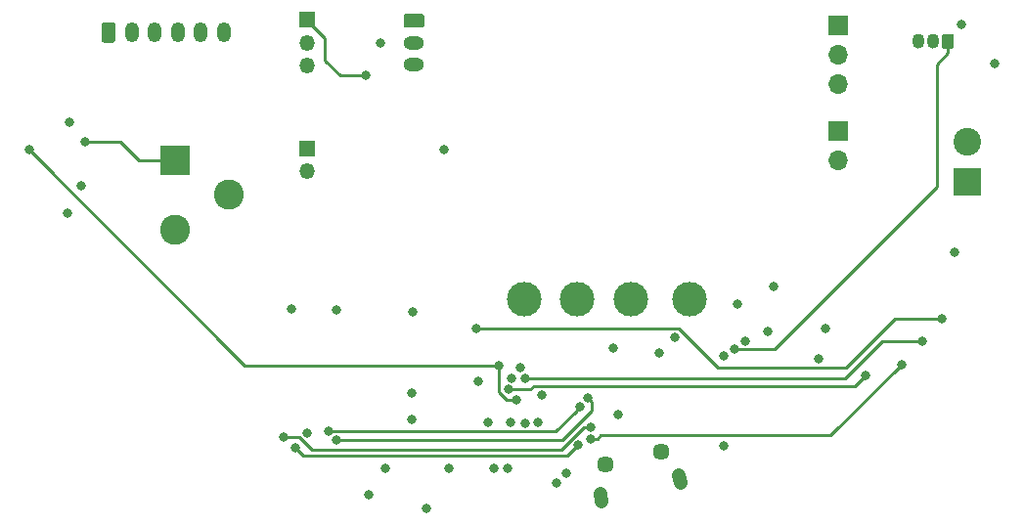
<source format=gbr>
G04 #@! TF.GenerationSoftware,KiCad,Pcbnew,(5.1.5-0-10_14)*
G04 #@! TF.CreationDate,2020-03-25T00:06:53-04:00*
G04 #@! TF.ProjectId,NUTS_PCB,4e555453-5f50-4434-922e-6b696361645f,rev?*
G04 #@! TF.SameCoordinates,Original*
G04 #@! TF.FileFunction,Copper,L2,Inr*
G04 #@! TF.FilePolarity,Positive*
%FSLAX46Y46*%
G04 Gerber Fmt 4.6, Leading zero omitted, Abs format (unit mm)*
G04 Created by KiCad (PCBNEW (5.1.5-0-10_14)) date 2020-03-25 00:06:53*
%MOMM*%
%LPD*%
G04 APERTURE LIST*
%ADD10O,1.700000X1.700000*%
%ADD11R,1.700000X1.700000*%
%ADD12C,2.400000*%
%ADD13R,2.400000X2.400000*%
%ADD14C,3.000000*%
%ADD15O,1.350000X1.350000*%
%ADD16R,1.350000X1.350000*%
%ADD17O,1.800000X1.200000*%
%ADD18C,0.100000*%
%ADD19O,1.050000X1.300000*%
%ADD20O,1.200000X1.750000*%
%ADD21C,2.600000*%
%ADD22R,2.600000X2.600000*%
%ADD23C,1.200000*%
%ADD24C,1.450000*%
%ADD25C,0.800000*%
%ADD26C,0.250000*%
G04 APERTURE END LIST*
D10*
X98425000Y-39370000D03*
D11*
X98425000Y-36830000D03*
D10*
X98425000Y-32766000D03*
X98425000Y-30226000D03*
D11*
X98425000Y-27686000D03*
D12*
X109601000Y-37775000D03*
D13*
X109601000Y-41275000D03*
D14*
X85568000Y-51435000D03*
X80518000Y-51435000D03*
D15*
X52451000Y-40354000D03*
D16*
X52451000Y-38354000D03*
D15*
X52451000Y-31210000D03*
X52451000Y-29210000D03*
D16*
X52451000Y-27210000D03*
D17*
X61722000Y-31110000D03*
X61722000Y-29210000D03*
G04 #@! TA.AperFunction,ViaPad*
D18*
G36*
X62396865Y-26711202D02*
G01*
X62421095Y-26714796D01*
X62444855Y-26720748D01*
X62467918Y-26729000D01*
X62490061Y-26739472D01*
X62511070Y-26752065D01*
X62530745Y-26766657D01*
X62548894Y-26783106D01*
X62565343Y-26801255D01*
X62579935Y-26820930D01*
X62592528Y-26841939D01*
X62603000Y-26864082D01*
X62611252Y-26887145D01*
X62617204Y-26910905D01*
X62620798Y-26935135D01*
X62622000Y-26959600D01*
X62622000Y-27660400D01*
X62620798Y-27684865D01*
X62617204Y-27709095D01*
X62611252Y-27732855D01*
X62603000Y-27755918D01*
X62592528Y-27778061D01*
X62579935Y-27799070D01*
X62565343Y-27818745D01*
X62548894Y-27836894D01*
X62530745Y-27853343D01*
X62511070Y-27867935D01*
X62490061Y-27880528D01*
X62467918Y-27891000D01*
X62444855Y-27899252D01*
X62421095Y-27905204D01*
X62396865Y-27908798D01*
X62372400Y-27910000D01*
X61071600Y-27910000D01*
X61047135Y-27908798D01*
X61022905Y-27905204D01*
X60999145Y-27899252D01*
X60976082Y-27891000D01*
X60953939Y-27880528D01*
X60932930Y-27867935D01*
X60913255Y-27853343D01*
X60895106Y-27836894D01*
X60878657Y-27818745D01*
X60864065Y-27799070D01*
X60851472Y-27778061D01*
X60841000Y-27755918D01*
X60832748Y-27732855D01*
X60826796Y-27709095D01*
X60823202Y-27684865D01*
X60822000Y-27660400D01*
X60822000Y-26959600D01*
X60823202Y-26935135D01*
X60826796Y-26910905D01*
X60832748Y-26887145D01*
X60841000Y-26864082D01*
X60851472Y-26841939D01*
X60864065Y-26820930D01*
X60878657Y-26801255D01*
X60895106Y-26783106D01*
X60913255Y-26766657D01*
X60932930Y-26752065D01*
X60953939Y-26739472D01*
X60976082Y-26729000D01*
X60999145Y-26720748D01*
X61022905Y-26714796D01*
X61047135Y-26711202D01*
X61071600Y-26710000D01*
X62372400Y-26710000D01*
X62396865Y-26711202D01*
G37*
G04 #@! TD.AperFunction*
D14*
X75819000Y-51435000D03*
X71247000Y-51435000D03*
G04 #@! TA.AperFunction,ViaPad*
D18*
G36*
X108249594Y-28434203D02*
G01*
X108273853Y-28437802D01*
X108297642Y-28443761D01*
X108320733Y-28452023D01*
X108342902Y-28462508D01*
X108363937Y-28475116D01*
X108383635Y-28489725D01*
X108401806Y-28506194D01*
X108418275Y-28524365D01*
X108432884Y-28544063D01*
X108445492Y-28565098D01*
X108455977Y-28587267D01*
X108464239Y-28610358D01*
X108470198Y-28634147D01*
X108473797Y-28658406D01*
X108475000Y-28682900D01*
X108475000Y-29483100D01*
X108473797Y-29507594D01*
X108470198Y-29531853D01*
X108464239Y-29555642D01*
X108455977Y-29578733D01*
X108445492Y-29600902D01*
X108432884Y-29621937D01*
X108418275Y-29641635D01*
X108401806Y-29659806D01*
X108383635Y-29676275D01*
X108363937Y-29690884D01*
X108342902Y-29703492D01*
X108320733Y-29713977D01*
X108297642Y-29722239D01*
X108273853Y-29728198D01*
X108249594Y-29731797D01*
X108225100Y-29733000D01*
X107674900Y-29733000D01*
X107650406Y-29731797D01*
X107626147Y-29728198D01*
X107602358Y-29722239D01*
X107579267Y-29713977D01*
X107557098Y-29703492D01*
X107536063Y-29690884D01*
X107516365Y-29676275D01*
X107498194Y-29659806D01*
X107481725Y-29641635D01*
X107467116Y-29621937D01*
X107454508Y-29600902D01*
X107444023Y-29578733D01*
X107435761Y-29555642D01*
X107429802Y-29531853D01*
X107426203Y-29507594D01*
X107425000Y-29483100D01*
X107425000Y-28682900D01*
X107426203Y-28658406D01*
X107429802Y-28634147D01*
X107435761Y-28610358D01*
X107444023Y-28587267D01*
X107454508Y-28565098D01*
X107467116Y-28544063D01*
X107481725Y-28524365D01*
X107498194Y-28506194D01*
X107516365Y-28489725D01*
X107536063Y-28475116D01*
X107557098Y-28462508D01*
X107579267Y-28452023D01*
X107602358Y-28443761D01*
X107626147Y-28437802D01*
X107650406Y-28434203D01*
X107674900Y-28433000D01*
X108225100Y-28433000D01*
X108249594Y-28434203D01*
G37*
G04 #@! TD.AperFunction*
D19*
X105410000Y-29083000D03*
X106680000Y-29083000D03*
D20*
X45275000Y-28321000D03*
X43275000Y-28321000D03*
X41275000Y-28321000D03*
X39275000Y-28321000D03*
X37275000Y-28321000D03*
G04 #@! TA.AperFunction,ViaPad*
D18*
G36*
X35649505Y-27447204D02*
G01*
X35673773Y-27450804D01*
X35697572Y-27456765D01*
X35720671Y-27465030D01*
X35742850Y-27475520D01*
X35763893Y-27488132D01*
X35783599Y-27502747D01*
X35801777Y-27519223D01*
X35818253Y-27537401D01*
X35832868Y-27557107D01*
X35845480Y-27578150D01*
X35855970Y-27600329D01*
X35864235Y-27623428D01*
X35870196Y-27647227D01*
X35873796Y-27671495D01*
X35875000Y-27695999D01*
X35875000Y-28946001D01*
X35873796Y-28970505D01*
X35870196Y-28994773D01*
X35864235Y-29018572D01*
X35855970Y-29041671D01*
X35845480Y-29063850D01*
X35832868Y-29084893D01*
X35818253Y-29104599D01*
X35801777Y-29122777D01*
X35783599Y-29139253D01*
X35763893Y-29153868D01*
X35742850Y-29166480D01*
X35720671Y-29176970D01*
X35697572Y-29185235D01*
X35673773Y-29191196D01*
X35649505Y-29194796D01*
X35625001Y-29196000D01*
X34924999Y-29196000D01*
X34900495Y-29194796D01*
X34876227Y-29191196D01*
X34852428Y-29185235D01*
X34829329Y-29176970D01*
X34807150Y-29166480D01*
X34786107Y-29153868D01*
X34766401Y-29139253D01*
X34748223Y-29122777D01*
X34731747Y-29104599D01*
X34717132Y-29084893D01*
X34704520Y-29063850D01*
X34694030Y-29041671D01*
X34685765Y-29018572D01*
X34679804Y-28994773D01*
X34676204Y-28970505D01*
X34675000Y-28946001D01*
X34675000Y-27695999D01*
X34676204Y-27671495D01*
X34679804Y-27647227D01*
X34685765Y-27623428D01*
X34694030Y-27600329D01*
X34704520Y-27578150D01*
X34717132Y-27557107D01*
X34731747Y-27537401D01*
X34748223Y-27519223D01*
X34766401Y-27502747D01*
X34786107Y-27488132D01*
X34807150Y-27475520D01*
X34829329Y-27465030D01*
X34852428Y-27456765D01*
X34876227Y-27450804D01*
X34900495Y-27447204D01*
X34924999Y-27446000D01*
X35625001Y-27446000D01*
X35649505Y-27447204D01*
G37*
G04 #@! TD.AperFunction*
D21*
X45721000Y-42370000D03*
X41021000Y-45370000D03*
D22*
X41021000Y-39370000D03*
D23*
X84653192Y-66660592D02*
X84810658Y-67342652D01*
X77990068Y-68917310D02*
X77832602Y-68235250D01*
D24*
X83150187Y-64595774D03*
X78278337Y-65720529D03*
D25*
X112014000Y-30988000D03*
X58801000Y-29210000D03*
X31877000Y-36068000D03*
X31750000Y-43942000D03*
X62814200Y-69570600D03*
X61544200Y-59563000D03*
X61544200Y-61849000D03*
X61595000Y-52527200D03*
X108483400Y-47371000D03*
X64312800Y-38430200D03*
X32922657Y-41626343D03*
X88544400Y-64109600D03*
X67284600Y-58521600D03*
X59258200Y-66090800D03*
X96739951Y-56577390D03*
X89763600Y-51816000D03*
X82956400Y-56032400D03*
X97307400Y-53949600D03*
X78994000Y-55676800D03*
X92837000Y-50292000D03*
X72786186Y-59715968D03*
X70132568Y-58230668D03*
X52451008Y-62992000D03*
X109093000Y-27660600D03*
X51155600Y-52273200D03*
X55041798Y-52324000D03*
X69850000Y-66040000D03*
X28397200Y-38481000D03*
X89509600Y-55753000D03*
X69051231Y-57177450D03*
X70561200Y-60096402D03*
X74066400Y-67335400D03*
X57581800Y-32054800D03*
X79375002Y-61366400D03*
X57785000Y-68376800D03*
X100787200Y-57988200D03*
X69926200Y-59232800D03*
X103936800Y-57048400D03*
X77012801Y-63500000D03*
X105714800Y-55092600D03*
X71358291Y-58273992D03*
X107416600Y-53086000D03*
X67081400Y-53949600D03*
X84302600Y-54711600D03*
X68173600Y-62116091D03*
X70104000Y-62077600D03*
X88544400Y-56286400D03*
X90424000Y-55016400D03*
X71381039Y-62130829D03*
X72491600Y-62077600D03*
X92329000Y-54178200D03*
X33274000Y-37795200D03*
X68630800Y-66090800D03*
X55041800Y-63601598D03*
X76733244Y-59938223D03*
X54331190Y-62841101D03*
X76131795Y-60737148D03*
X75893818Y-64049075D03*
X51435000Y-64262000D03*
X77013147Y-62471932D03*
X50419000Y-63373000D03*
X64744600Y-66040000D03*
X70942430Y-57353789D03*
X74904600Y-66497200D03*
D26*
X68485546Y-57177450D02*
X69051231Y-57177450D01*
X28397200Y-38481000D02*
X47093650Y-57177450D01*
X69051231Y-57177450D02*
X69051231Y-59430835D01*
X69051231Y-59430835D02*
X69716798Y-60096402D01*
X69716798Y-60096402D02*
X69995515Y-60096402D01*
X69995515Y-60096402D02*
X70561200Y-60096402D01*
X47093650Y-57177450D02*
X68485546Y-57177450D01*
X106984800Y-41706800D02*
X92938600Y-55753000D01*
X106984800Y-31064200D02*
X106984800Y-41706800D01*
X107950000Y-30099000D02*
X106984800Y-31064200D01*
X92938600Y-55753000D02*
X89509600Y-55753000D01*
X107950000Y-29083000D02*
X107950000Y-30099000D01*
X52451000Y-27305000D02*
X52451000Y-27210000D01*
X53975000Y-30715143D02*
X53975000Y-28829000D01*
X53975000Y-28829000D02*
X52451000Y-27305000D01*
X55314657Y-32054800D02*
X53975000Y-30715143D01*
X57581800Y-32054800D02*
X55314657Y-32054800D01*
X100787200Y-57988200D02*
X99851111Y-58924289D01*
X72120515Y-58924289D02*
X71812004Y-59232800D01*
X99851111Y-58924289D02*
X72120515Y-58924289D01*
X70491885Y-59232800D02*
X69926200Y-59232800D01*
X71812004Y-59232800D02*
X70491885Y-59232800D01*
X77578486Y-63500000D02*
X77012801Y-63500000D01*
X103936800Y-57048400D02*
X97765816Y-63219384D01*
X97765816Y-63219384D02*
X77859102Y-63219384D01*
X77859102Y-63219384D02*
X77578486Y-63500000D01*
X71923976Y-58273992D02*
X71358291Y-58273992D01*
X105714800Y-55092600D02*
X102235000Y-55092600D01*
X102235000Y-55092600D02*
X99053608Y-58273992D01*
X99053608Y-58273992D02*
X71923976Y-58273992D01*
X103327200Y-53086000D02*
X106850915Y-53086000D01*
X90744324Y-57302400D02*
X99110800Y-57302400D01*
X90738562Y-57308162D02*
X90744324Y-57302400D01*
X99110800Y-57302400D02*
X103327200Y-53086000D01*
X88042162Y-57308162D02*
X90738562Y-57308162D01*
X84683600Y-53949600D02*
X88042162Y-57308162D01*
X67081400Y-53949600D02*
X84683600Y-53949600D01*
X106850915Y-53086000D02*
X107416600Y-53086000D01*
X33274000Y-37795200D02*
X36322000Y-37795200D01*
X37896800Y-39370000D02*
X41021000Y-39370000D01*
X36322000Y-37795200D02*
X37896800Y-39370000D01*
X77133243Y-60338222D02*
X76733244Y-59938223D01*
X55041800Y-63601598D02*
X74574402Y-63601598D01*
X77133243Y-61042757D02*
X77133243Y-60338222D01*
X74574402Y-63601598D02*
X77133243Y-61042757D01*
X54331190Y-62841101D02*
X71018309Y-62841101D01*
X75731796Y-61137147D02*
X76131795Y-60737148D01*
X71033038Y-62855830D02*
X74013113Y-62855830D01*
X71018309Y-62841101D02*
X71033038Y-62855830D01*
X74013113Y-62855830D02*
X75731796Y-61137147D01*
X74950694Y-64992199D02*
X52165199Y-64992199D01*
X51834999Y-64661999D02*
X51435000Y-64262000D01*
X75893818Y-64049075D02*
X74950694Y-64992199D01*
X52165199Y-64992199D02*
X51834999Y-64661999D01*
X77013147Y-62471932D02*
X76433783Y-62471932D01*
X50984685Y-63373000D02*
X50419000Y-63373000D01*
X74465915Y-64439800D02*
X52896246Y-64439800D01*
X52896246Y-64439800D02*
X51829446Y-63373000D01*
X76433783Y-62471932D02*
X74465915Y-64439800D01*
X51829446Y-63373000D02*
X50984685Y-63373000D01*
M02*

</source>
